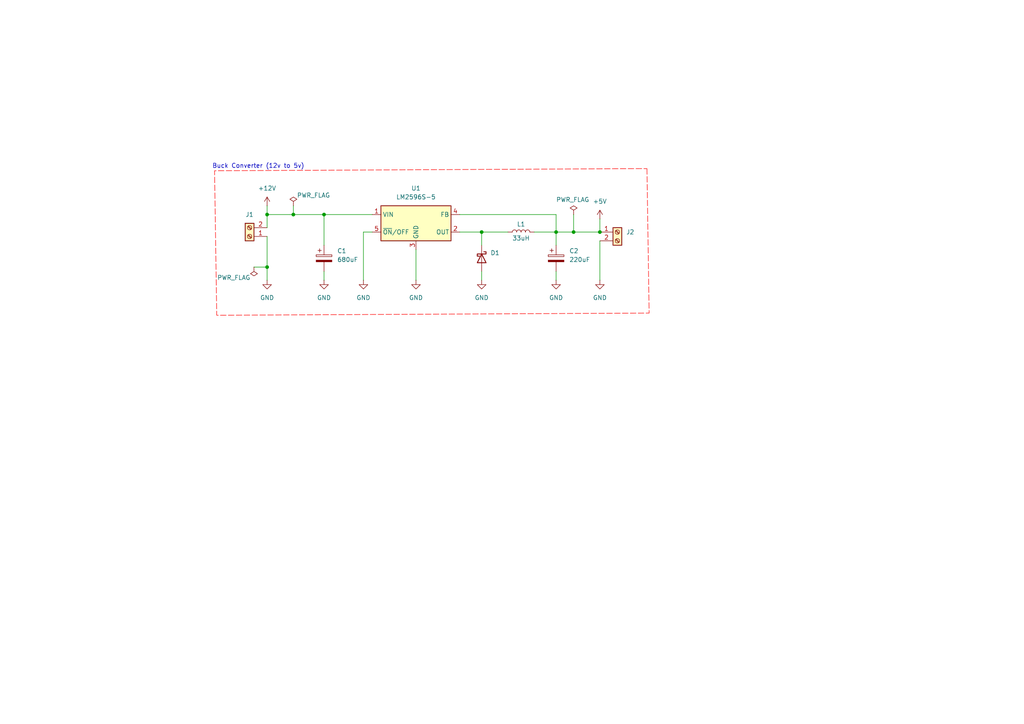
<source format=kicad_sch>
(kicad_sch (version 20250114) (generator "eeschema") (generator_version "9.0")
  (paper "A4")
  (lib_symbols
    (symbol "Connector:Screw_Terminal_01x02" (pin_names (offset 1.016) (hide yes))
      (property "Reference" "J" (at 0 2.54 0))
      (property "Value" "Screw_Terminal_01x02" (at 0 -5.08 0))
      (symbol "Screw_Terminal_01x02_1_1"
        (rectangle (start -1.27 1.27) (end 1.27 -3.81) (stroke (width 0.254)) (fill (type background)))
        (polyline (pts (xy -0.5334 0.3302) (xy 0.3302 -0.508)) (stroke (width 0.1524)))
        (polyline (pts (xy -0.5334 -2.2098) (xy 0.3302 -3.048)) (stroke (width 0.1524)))
        (polyline (pts (xy -0.3556 0.508) (xy 0.508 -0.3302)) (stroke (width 0.1524)))
        (polyline (pts (xy -0.3556 -2.032) (xy 0.508 -2.8702)) (stroke (width 0.1524)))
        (circle (center 0 0) (radius 0.635) (stroke (width 0.1524)))
        (circle (center 0 -2.54) (radius 0.635) (stroke (width 0.1524)))
        (pin passive line (at -5.08 0 0) (length 3.81) (name "Pin_1") (number "1"))
        (pin passive line (at -5.08 -2.54 0) (length 3.81) (name "Pin_2") (number "2"))
      )
    )
    (symbol "Device:C_Polarized" (pin_numbers (hide yes)) (pin_names (offset 0.254))
      (property "Reference" "C" (at 0.635 2.54 0))
      (property "Value" "C_Polarized" (at 0.635 -2.54 0))
      (symbol "C_Polarized_0_1"
        (rectangle (start -2.286 0.508) (end 2.286 1.016))
        (polyline (pts (xy -1.778 2.286) (xy -0.762 2.286)))
        (polyline (pts (xy -1.27 2.794) (xy -1.27 1.778)))
        (rectangle (start 2.286 -0.508) (end -2.286 -1.016) (fill (type outline)))
      )
      (symbol "C_Polarized_1_1"
        (pin passive line (at 0 3.81 270) (length 2.794) (name "~") (number "1"))
        (pin passive line (at 0 -3.81 90) (length 2.794) (name "~") (number "2"))
      )
    )
    (symbol "Device:D_Schottky" (pin_numbers (hide yes)) (pin_names (offset 1.016) (hide yes))
      (property "Reference" "D" (at 0 2.54 0))
      (property "Value" "D_Schottky" (at 0 -2.54 0))
      (symbol "D_Schottky_0_1"
        (polyline (pts (xy -1.905 0.635) (xy -1.905 1.27) (xy -1.27 1.27) (xy -1.27 -1.27) (xy -0.635 -1.27) (xy -0.635 -0.635)) (stroke (width 0.254)))
        (polyline (pts (xy 1.27 1.27) (xy 1.27 -1.27) (xy -1.27 0) (xy 1.27 1.27)) (stroke (width 0.254)))
        (polyline (pts (xy 1.27 0) (xy -1.27 0)))
      )
      (symbol "D_Schottky_1_1"
        (pin passive line (at -3.81 0 0) (length 2.54) (name "K") (number "1"))
        (pin passive line (at 3.81 0 180) (length 2.54) (name "A") (number "2"))
      )
    )
    (symbol "Device:L" (pin_numbers (hide yes)) (pin_names (offset 1.016) (hide yes))
      (property "Reference" "L" (at -1.27 0 90))
      (property "Value" "L" (at 1.905 0 90))
      (symbol "L_0_1"
        (arc (start 0 2.54) (mid 0.6323 1.905) (end 0 1.27))
        (arc (start 0 1.27) (mid 0.6323 0.635) (end 0 0))
        (arc (start 0 0) (mid 0.6323 -0.635) (end 0 -1.27))
        (arc (start 0 -1.27) (mid 0.6323 -1.905) (end 0 -2.54))
      )
      (symbol "L_1_1"
        (pin passive line (at 0 3.81 270) (length 1.27) (name "1") (number "1"))
        (pin passive line (at 0 -3.81 90) (length 1.27) (name "2") (number "2"))
      )
    )
    (symbol "Regulator_Switching:LM2596S-5"
      (property "Reference" "U" (at -10.16 6.35 0))
      (property "Value" "LM2596S-5" (at 0 6.35 0))
      (symbol "LM2596S-5_0_1"
        (rectangle (start -10.16 5.08) (end 10.16 -5.08) (stroke (width 0.254)) (fill (type background)))
      )
      (symbol "LM2596S-5_1_1"
        (pin power_in line (at -12.7 2.54 0) (length 2.54) (name "VIN") (number "1"))
        (pin input line (at -12.7 -2.54 0) (length 2.54) (name "~{ON}/OFF") (number "5"))
        (pin power_in line (at 0 -7.62 90) (length 2.54) (name "GND") (number "3"))
        (pin input line (at 12.7 2.54 180) (length 2.54) (name "FB") (number "4"))
        (pin output line (at 12.7 -2.54 180) (length 2.54) (name "OUT") (number "2"))
      )
    )
    (symbol "power:GND" (power) (pin_numbers (hide yes)) (pin_names (offset 0) (hide yes))
      (property "Value" "GND" (at 0 -3.81 0))
      (symbol "GND_0_1"
        (polyline (pts (xy 0 0) (xy 0 -1.27) (xy 1.27 -1.27) (xy 0 -2.54) (xy -1.27 -1.27) (xy 0 -1.27)))
      )
      (symbol "GND_1_1"
        (pin power_in line (at 0 0 270) (length 0) (name "~") (number "1"))
      )
    )
    (symbol "power:PWR_FLAG" (power) (pin_numbers (hide yes)) (pin_names (offset 0) (hide yes))
      (property "Value" "PWR_FLAG" (at 0 3.81 0))
      (symbol "PWR_FLAG_0_0"
        (pin power_out line (at 0 0 90) (length 0) (name "~") (number "1"))
      )
      (symbol "PWR_FLAG_0_1"
        (polyline (pts (xy 0 0) (xy 0 1.27) (xy -1.016 1.905) (xy 0 2.54) (xy 1.016 1.905) (xy 0 1.27)))
      )
    )
    (symbol "power:VCC" (power) (pin_numbers (hide yes)) (pin_names (offset 0) (hide yes))
      (property "Value" "VCC" (at 0 3.556 0))
      (symbol "VCC_0_1"
        (polyline (pts (xy -0.762 1.27) (xy 0 2.54)))
        (polyline (pts (xy 0 2.54) (xy 0.762 1.27)))
        (polyline (pts (xy 0 0) (xy 0 2.54)))
      )
      (symbol "VCC_1_1"
        (pin power_in line (at 0 0 90) (length 0) (name "~") (number "1"))
      )
    )
  )
  (text "Buck Converter (12v to 5v)\n" (at 74.93 48.26 0) (effects (font (size 1.27 1.27))))
  (junction (at 173.99 67.31))
  (junction (at 166.37 67.31))
  (junction (at 139.7 67.31))
  (junction (at 77.47 77.47))
  (junction (at 161.29 67.31))
  (junction (at 77.47 62.23))
  (junction (at 93.98 62.23))
  (junction (at 85.09 62.23))
  (wire (pts (xy 133.35 67.31) (xy 139.7 67.31)))
  (wire (pts (xy 85.09 59.69) (xy 85.09 62.23)))
  (wire (pts (xy 93.98 62.23) (xy 107.95 62.23)))
  (wire (pts (xy 161.29 78.74) (xy 161.29 81.28)))
  (wire (pts (xy 161.29 67.31) (xy 161.29 62.23)))
  (wire (pts (xy 77.47 59.69) (xy 77.47 62.23)))
  (wire (pts (xy 120.65 72.39) (xy 120.65 81.28)))
  (wire (pts (xy 93.98 62.23) (xy 93.98 71.12)))
  (wire (pts (xy 93.98 78.74) (xy 93.98 81.28)))
  (wire (pts (xy 173.99 63.5) (xy 173.99 67.31)))
  (wire (pts (xy 161.29 67.31) (xy 161.29 71.12)))
  (wire (pts (xy 139.7 67.31) (xy 139.7 71.12)))
  (wire (pts (xy 173.99 69.85) (xy 173.99 81.28)))
  (wire (pts (xy 154.94 67.31) (xy 161.29 67.31)))
  (wire (pts (xy 107.95 67.31) (xy 105.41 67.31)))
  (wire (pts (xy 161.29 67.31) (xy 166.37 67.31)))
  (wire (pts (xy 73.66 77.47) (xy 77.47 77.47)))
  (wire (pts (xy 139.7 78.74) (xy 139.7 81.28)))
  (wire (pts (xy 77.47 66.04) (xy 77.47 62.23)))
  (wire (pts (xy 166.37 62.23) (xy 166.37 67.31)))
  (wire (pts (xy 85.09 62.23) (xy 93.98 62.23)))
  (wire (pts (xy 161.29 62.23) (xy 133.35 62.23)))
  (wire (pts (xy 77.47 77.47) (xy 77.47 81.28)))
  (wire (pts (xy 139.7 67.31) (xy 147.32 67.31)))
  (wire (pts (xy 166.37 67.31) (xy 173.99 67.31)))
  (wire (pts (xy 105.41 67.31) (xy 105.41 81.28)))
  (wire (pts (xy 77.47 62.23) (xy 85.09 62.23)))
  (wire (pts (xy 77.47 68.58) (xy 77.47 77.47)))
  (rule_area (polyline (pts (xy 187.6424 48.895) (xy 188.2774 90.805) (xy 62.865 91.44) (xy 62.23 49.53)) (stroke (width 0) (type dash))))
  (symbol (lib_id "Connector:Screw_Terminal_01x02") (at 179.07 67.31 0) (unit 1)
    (property "Reference" "J2" (at 181.61 67.3099 0) (effects (justify left)))
    (property "Value" "Screw_Terminal_01x02" (effects (hide yes)))
    (property "Footprint" "TerminalBlock_Phoenix:TerminalBlock_Phoenix_MKDS-1,5-2-5.08_1x02_P5.08mm_Horizontal" (effects (hide yes)))
    (property "Description" "Generic screw terminal, single row, 01x02, script generated (kicad-library-utils/schlib/autogen/connector/)" (effects (hide yes)))
  )
  (symbol (lib_id "power:GND") (at 105.41 81.28 0) (unit 1)
    (property "Reference" "#PWR04" (effects (hide yes)))
    (property "Value" "GND" (at 105.41 86.36 0))
    (property "Description" "Power symbol creates a global label with name \"GND\" , ground" (effects (hide yes)))
  )
  (symbol (lib_id "Device:C_Polarized") (at 93.98 74.93 0) (unit 1)
    (property "Reference" "C1" (at 97.79 72.7709 0) (effects (justify left)))
    (property "Value" "680uF" (at 97.79 75.3109 0) (effects (justify left)))
    (property "Footprint" "Capacitor_THT:CP_Radial_D8.0mm_P5.00mm" (effects (hide yes)))
    (property "Description" "Polarized capacitor" (effects (hide yes)))
  )
  (symbol (lib_id "Connector:Screw_Terminal_01x02") (at 72.39 68.58 180) (unit 1)
    (property "Reference" "J1" (at 72.39 62.23 0))
    (property "Value" "Screw_Terminal_01x02" (effects (hide yes)))
    (property "Footprint" "TerminalBlock_Phoenix:TerminalBlock_Phoenix_MKDS-1,5-2-5.08_1x02_P5.08mm_Horizontal" (effects (hide yes)))
    (property "Description" "Generic screw terminal, single row, 01x02, script generated (kicad-library-utils/schlib/autogen/connector/)" (effects (hide yes)))
  )
  (symbol (lib_id "power:GND") (at 173.99 81.28 0) (unit 1)
    (property "Reference" "#PWR08" (effects (hide yes)))
    (property "Value" "GND" (at 173.99 86.36 0))
    (property "Description" "Power symbol creates a global label with name \"GND\" , ground" (effects (hide yes)))
  )
  (symbol (lib_id "power:GND") (at 93.98 81.28 0) (unit 1)
    (property "Reference" "#PWR03" (effects (hide yes)))
    (property "Value" "GND" (at 93.98 86.36 0))
    (property "Description" "Power symbol creates a global label with name \"GND\" , ground" (effects (hide yes)))
  )
  (symbol (lib_id "power:GND") (at 161.29 81.28 0) (unit 1)
    (property "Reference" "#PWR07" (effects (hide yes)))
    (property "Value" "GND" (at 161.29 86.36 0))
    (property "Description" "Power symbol creates a global label with name \"GND\" , ground" (effects (hide yes)))
  )
  (symbol (lib_id "power:PWR_FLAG") (at 73.66 77.47 180) (unit 1)
    (property "Reference" "#FLG02" (effects (hide yes)))
    (property "Value" "PWR_FLAG" (at 67.818 80.518 0))
    (property "Description" "Special symbol for telling ERC where power comes from" (effects (hide yes)))
  )
  (symbol (lib_id "Device:L") (at 151.13 67.31 90) (unit 1)
    (property "Reference" "L1" (at 151.13 65.024 90))
    (property "Value" "33uH" (at 151.13 69.088 90))
    (property "Footprint" "Inductor_SMD:L_APV_APH0840" (effects (hide yes)))
    (property "Description" "Inductor" (effects (hide yes)))
  )
  (symbol (lib_id "power:VCC") (at 77.47 59.69 0) (unit 1)
    (property "Reference" "#PWR01" (effects (hide yes)))
    (property "Value" "+12V" (at 77.47 54.61 0))
    (property "Description" "Power symbol creates a global label with name \"VCC\"" (effects (hide yes)))
  )
  (symbol (lib_id "power:PWR_FLAG") (at 85.09 59.69 0) (unit 1)
    (property "Reference" "#FLG01" (effects (hide yes)))
    (property "Value" "PWR_FLAG" (at 90.932 56.642 0))
    (property "Description" "Special symbol for telling ERC where power comes from" (effects (hide yes)))
  )
  (symbol (lib_id "power:GND") (at 77.47 81.28 0) (unit 1)
    (property "Reference" "#PWR02" (effects (hide yes)))
    (property "Value" "GND" (at 77.47 86.36 0))
    (property "Description" "Power symbol creates a global label with name \"GND\" , ground" (effects (hide yes)))
  )
  (symbol (lib_id "power:PWR_FLAG") (at 166.37 62.23 0) (unit 1)
    (property "Reference" "#FLG03" (effects (hide yes)))
    (property "Value" "PWR_FLAG" (at 166.116 57.912 0))
    (property "Description" "Special symbol for telling ERC where power comes from" (effects (hide yes)))
  )
  (symbol (lib_id "Device:C_Polarized") (at 161.29 74.93 0) (unit 1)
    (property "Reference" "C2" (at 165.1 72.7709 0) (effects (justify left)))
    (property "Value" "220uF" (at 165.1 75.3109 0) (effects (justify left)))
    (property "Footprint" "Capacitor_THT:CP_Radial_D6.3mm_P2.50mm" (effects (hide yes)))
    (property "Description" "Polarized capacitor" (effects (hide yes)))
  )
  (symbol (lib_id "power:VCC") (at 173.99 63.5 0) (unit 1)
    (property "Reference" "#PWR09" (effects (hide yes)))
    (property "Value" "+5V" (at 173.99 58.42 0))
    (property "Description" "Power symbol creates a global label with name \"VCC\"" (effects (hide yes)))
  )
  (symbol (lib_id "power:GND") (at 139.7 81.28 0) (unit 1)
    (property "Reference" "#PWR06" (effects (hide yes)))
    (property "Value" "GND" (at 139.7 86.36 0))
    (property "Description" "Power symbol creates a global label with name \"GND\" , ground" (effects (hide yes)))
  )
  (symbol (lib_id "Regulator_Switching:LM2596S-5") (at 120.65 64.77 0) (unit 1)
    (property "Reference" "U1" (at 120.65 54.61 0))
    (property "Value" "LM2596S-5" (at 120.65 57.15 0))
    (property "Footprint" "Package_TO_SOT_SMD:TO-263-5_TabPin3" (effects (hide yes)))
    (property "Datasheet" "http://www.ti.com/lit/ds/symlink/lm2596.pdf" (effects (hide yes)))
    (property "Description" "5V 3A Step-Down Voltage Regulator, TO-263" (effects (hide yes)))
  )
  (symbol (lib_id "Device:D_Schottky") (at 139.7 74.93 270) (unit 1)
    (property "Reference" "D1" (at 142.24 73.3424 90) (effects (justify left)))
    (property "Value" "D_Schottky" (effects (hide yes)))
    (property "Footprint" "Diode_SMD:D_SMA" (effects (hide yes)))
    (property "Description" "Schottky diode" (effects (hide yes)))
  )
  (symbol (lib_id "power:GND") (at 120.65 81.28 0) (unit 1)
    (property "Reference" "#PWR05" (effects (hide yes)))
    (property "Value" "GND" (at 120.65 86.36 0))
    (property "Description" "Power symbol creates a global label with name \"GND\" , ground" (effects (hide yes)))
  )
)
</source>
